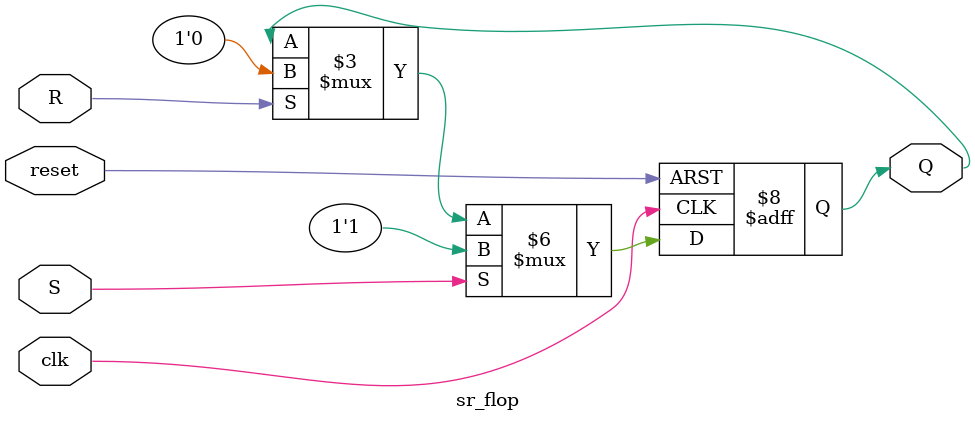
<source format=v>
`timescale 1ns / 1ps
/*********************************************************
 * File Name: sr_flop.v
 * Project: UART
 * Designer: Michael Diep
 * Email: michaelkhangdiep@gmail.com
 * Rev. Date: February 8, 2018
 *
 * Purpose: This module is a simple SR-Flop
 *          On the active edge of the clock, if S is high
 *          Q recieves 1, else if R is high Q recieves a 0.
 *
 * Notes: 
 *********************************************************/
module sr_flop(clk, reset, S, R, Q);

   input      clk, reset, S, R;
   output reg Q;
   
   always @ (posedge clk, posedge reset)
      if (reset)
         Q <= 1'b0; else 
      if (S)
         Q <= 1'b1; else
      if (R)
         Q <= 1'b0; else 
         
         Q <= Q;
         
endmodule


</source>
